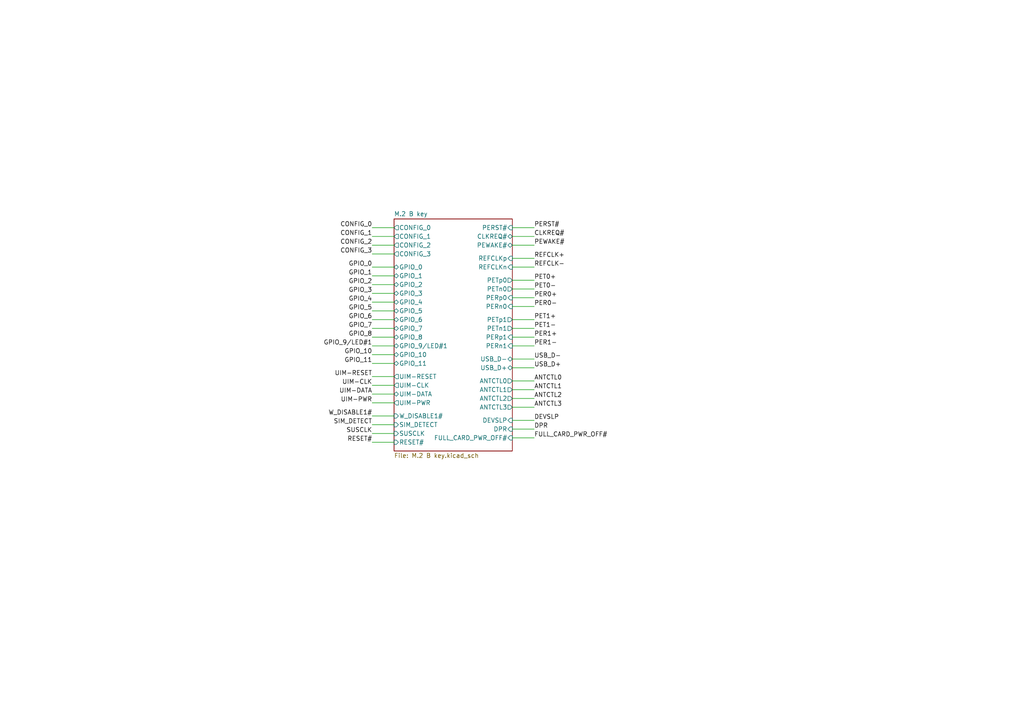
<source format=kicad_sch>
(kicad_sch
	(version 20250114)
	(generator "eeschema")
	(generator_version "9.0")
	(uuid "3fc86546-8ad2-48b2-92bb-e2164bf7d27c")
	(paper "A4")
	(lib_symbols)
	(wire
		(pts
			(xy 107.95 111.76) (xy 114.3 111.76)
		)
		(stroke
			(width 0)
			(type default)
		)
		(uuid "07528d98-77bd-4e3b-8abc-933eedca5671")
	)
	(wire
		(pts
			(xy 148.59 77.47) (xy 154.94 77.47)
		)
		(stroke
			(width 0)
			(type default)
		)
		(uuid "1795c256-4edc-451f-818a-c9f034841f1d")
	)
	(wire
		(pts
			(xy 148.59 86.36) (xy 154.94 86.36)
		)
		(stroke
			(width 0)
			(type default)
		)
		(uuid "1e576e68-f291-462f-b504-76d074b31a7d")
	)
	(wire
		(pts
			(xy 148.59 113.03) (xy 154.94 113.03)
		)
		(stroke
			(width 0)
			(type default)
		)
		(uuid "1ff1ad55-bd07-4a4a-ad13-2d75322be4c0")
	)
	(wire
		(pts
			(xy 107.95 109.22) (xy 114.3 109.22)
		)
		(stroke
			(width 0)
			(type default)
		)
		(uuid "28382675-f81e-41b6-a273-2b246be2f95f")
	)
	(wire
		(pts
			(xy 148.59 127) (xy 154.94 127)
		)
		(stroke
			(width 0)
			(type default)
		)
		(uuid "35ae7780-5ccc-4c28-9adf-aeaed6830ab2")
	)
	(wire
		(pts
			(xy 107.95 80.01) (xy 114.3 80.01)
		)
		(stroke
			(width 0)
			(type default)
		)
		(uuid "41fb5a2d-acaf-41c2-9a67-43f53af4a268")
	)
	(wire
		(pts
			(xy 107.95 116.84) (xy 114.3 116.84)
		)
		(stroke
			(width 0)
			(type default)
		)
		(uuid "59a0371e-c8c5-45e9-bcf1-524c2af4f1ce")
	)
	(wire
		(pts
			(xy 148.59 115.57) (xy 154.94 115.57)
		)
		(stroke
			(width 0)
			(type default)
		)
		(uuid "5af02353-c703-4045-bf3a-80a558494860")
	)
	(wire
		(pts
			(xy 148.59 121.92) (xy 154.94 121.92)
		)
		(stroke
			(width 0)
			(type default)
		)
		(uuid "5f36d1e4-d4ad-4c6b-be20-fec88b246d8c")
	)
	(wire
		(pts
			(xy 107.95 82.55) (xy 114.3 82.55)
		)
		(stroke
			(width 0)
			(type default)
		)
		(uuid "6294f1fb-1acc-4abc-9acd-e3499cc460a6")
	)
	(wire
		(pts
			(xy 107.95 102.87) (xy 114.3 102.87)
		)
		(stroke
			(width 0)
			(type default)
		)
		(uuid "689560c7-cd65-4a9e-9e09-fad252d2aca9")
	)
	(wire
		(pts
			(xy 148.59 66.04) (xy 154.94 66.04)
		)
		(stroke
			(width 0)
			(type default)
		)
		(uuid "68b0feea-3fc7-42d6-b623-84dea691aa4b")
	)
	(wire
		(pts
			(xy 148.59 92.71) (xy 154.94 92.71)
		)
		(stroke
			(width 0)
			(type default)
		)
		(uuid "6e96f56f-eb36-4a86-8be8-8dc1a538b4b4")
	)
	(wire
		(pts
			(xy 107.95 92.71) (xy 114.3 92.71)
		)
		(stroke
			(width 0)
			(type default)
		)
		(uuid "76743d81-fa4b-4b8f-b5d2-3e7b3c7dd754")
	)
	(wire
		(pts
			(xy 148.59 97.79) (xy 154.94 97.79)
		)
		(stroke
			(width 0)
			(type default)
		)
		(uuid "79278418-63ff-44eb-a2c1-30a2a7853f60")
	)
	(wire
		(pts
			(xy 148.59 95.25) (xy 154.94 95.25)
		)
		(stroke
			(width 0)
			(type default)
		)
		(uuid "7b190195-644d-4c10-b3dd-8f2ce0377d0b")
	)
	(wire
		(pts
			(xy 107.95 105.41) (xy 114.3 105.41)
		)
		(stroke
			(width 0)
			(type default)
		)
		(uuid "7d42dce7-ded3-4934-800d-188a4bc36449")
	)
	(wire
		(pts
			(xy 107.95 90.17) (xy 114.3 90.17)
		)
		(stroke
			(width 0)
			(type default)
		)
		(uuid "80e03303-6f1f-461f-9807-fdbfd5b80817")
	)
	(wire
		(pts
			(xy 107.95 66.04) (xy 114.3 66.04)
		)
		(stroke
			(width 0)
			(type default)
		)
		(uuid "83e1561c-058d-4387-a16d-972a4c560228")
	)
	(wire
		(pts
			(xy 107.95 73.66) (xy 114.3 73.66)
		)
		(stroke
			(width 0)
			(type default)
		)
		(uuid "8621d094-750e-4300-bfd7-5f5db3c3e8a7")
	)
	(wire
		(pts
			(xy 148.59 110.49) (xy 154.94 110.49)
		)
		(stroke
			(width 0)
			(type default)
		)
		(uuid "891d8d34-f893-4756-8580-4c559b9283d6")
	)
	(wire
		(pts
			(xy 107.95 95.25) (xy 114.3 95.25)
		)
		(stroke
			(width 0)
			(type default)
		)
		(uuid "8ecf4a3b-e902-4a4b-ad3c-fdceb10af2a8")
	)
	(wire
		(pts
			(xy 148.59 118.11) (xy 154.94 118.11)
		)
		(stroke
			(width 0)
			(type default)
		)
		(uuid "94caf057-dd7c-487f-bfcf-57c75d684444")
	)
	(wire
		(pts
			(xy 148.59 83.82) (xy 154.94 83.82)
		)
		(stroke
			(width 0)
			(type default)
		)
		(uuid "9b4ace27-8d8a-4453-b3a2-6a5b799fead5")
	)
	(wire
		(pts
			(xy 148.59 124.46) (xy 154.94 124.46)
		)
		(stroke
			(width 0)
			(type default)
		)
		(uuid "9b5072d3-5d2b-45f1-bc76-639fca97e545")
	)
	(wire
		(pts
			(xy 107.95 71.12) (xy 114.3 71.12)
		)
		(stroke
			(width 0)
			(type default)
		)
		(uuid "9be8e5a0-0012-42ff-ae7e-8a6ac991c2db")
	)
	(wire
		(pts
			(xy 148.59 100.33) (xy 154.94 100.33)
		)
		(stroke
			(width 0)
			(type default)
		)
		(uuid "a88af077-fd31-4c11-9bdc-4e13054c45ee")
	)
	(wire
		(pts
			(xy 107.95 114.3) (xy 114.3 114.3)
		)
		(stroke
			(width 0)
			(type default)
		)
		(uuid "ac7b9d66-2de9-468e-b078-86216a7de86b")
	)
	(wire
		(pts
			(xy 107.95 100.33) (xy 114.3 100.33)
		)
		(stroke
			(width 0)
			(type default)
		)
		(uuid "af9dd7e9-1f3e-40bc-adce-69e3e6048e42")
	)
	(wire
		(pts
			(xy 107.95 77.47) (xy 114.3 77.47)
		)
		(stroke
			(width 0)
			(type default)
		)
		(uuid "b6e52270-26d1-4ddf-adc4-6708236847b7")
	)
	(wire
		(pts
			(xy 107.95 97.79) (xy 114.3 97.79)
		)
		(stroke
			(width 0)
			(type default)
		)
		(uuid "bbce9013-43f1-4c43-935b-5e54f289970d")
	)
	(wire
		(pts
			(xy 107.95 123.19) (xy 114.3 123.19)
		)
		(stroke
			(width 0)
			(type default)
		)
		(uuid "c1be9ef3-bfa7-4116-8787-036343b67cfa")
	)
	(wire
		(pts
			(xy 107.95 120.65) (xy 114.3 120.65)
		)
		(stroke
			(width 0)
			(type default)
		)
		(uuid "c316555a-a177-427a-b59b-2f406e6e7228")
	)
	(wire
		(pts
			(xy 148.59 104.14) (xy 154.94 104.14)
		)
		(stroke
			(width 0)
			(type default)
		)
		(uuid "c428dd4a-f913-43ad-aa81-68de2c816864")
	)
	(wire
		(pts
			(xy 148.59 71.12) (xy 154.94 71.12)
		)
		(stroke
			(width 0)
			(type default)
		)
		(uuid "c6468796-fc72-46a2-8b5c-eaafcdca67ff")
	)
	(wire
		(pts
			(xy 107.95 125.73) (xy 114.3 125.73)
		)
		(stroke
			(width 0)
			(type default)
		)
		(uuid "c96f0f76-614e-402e-9558-bf093b1453ec")
	)
	(wire
		(pts
			(xy 107.95 85.09) (xy 114.3 85.09)
		)
		(stroke
			(width 0)
			(type default)
		)
		(uuid "cb678beb-f59b-4310-90e0-10a13f850cca")
	)
	(wire
		(pts
			(xy 148.59 81.28) (xy 154.94 81.28)
		)
		(stroke
			(width 0)
			(type default)
		)
		(uuid "cea855dd-5594-477a-bf53-df1066c0cf63")
	)
	(wire
		(pts
			(xy 148.59 88.9) (xy 154.94 88.9)
		)
		(stroke
			(width 0)
			(type default)
		)
		(uuid "d463ad58-6b00-4561-9939-61e9a150e8eb")
	)
	(wire
		(pts
			(xy 107.95 68.58) (xy 114.3 68.58)
		)
		(stroke
			(width 0)
			(type default)
		)
		(uuid "d669ebe8-fac3-46eb-bfac-7fe3e65ed718")
	)
	(wire
		(pts
			(xy 148.59 106.68) (xy 154.94 106.68)
		)
		(stroke
			(width 0)
			(type default)
		)
		(uuid "dca406cd-e250-48f0-b7aa-78606d0a00dd")
	)
	(wire
		(pts
			(xy 148.59 68.58) (xy 154.94 68.58)
		)
		(stroke
			(width 0)
			(type default)
		)
		(uuid "edce374f-32fd-4d1b-8d48-1df387f9597f")
	)
	(wire
		(pts
			(xy 107.95 128.27) (xy 114.3 128.27)
		)
		(stroke
			(width 0)
			(type default)
		)
		(uuid "f3502e17-2de5-4424-94c5-f091b4a2701b")
	)
	(wire
		(pts
			(xy 107.95 87.63) (xy 114.3 87.63)
		)
		(stroke
			(width 0)
			(type default)
		)
		(uuid "f90740c7-bfaa-46eb-8186-3ccacad14ad8")
	)
	(wire
		(pts
			(xy 148.59 74.93) (xy 154.94 74.93)
		)
		(stroke
			(width 0)
			(type default)
		)
		(uuid "ff5d7785-deb5-4662-9ada-1c1125ecc8cc")
	)
	(label "GPIO_8"
		(at 107.95 97.79 180)
		(effects
			(font
				(size 1.27 1.27)
			)
			(justify right bottom)
		)
		(uuid "088f5039-47b2-460a-a56f-89aa0d6f66ef")
	)
	(label "UIM-CLK"
		(at 107.95 111.76 180)
		(effects
			(font
				(size 1.27 1.27)
			)
			(justify right bottom)
		)
		(uuid "0b07e226-4316-4c88-b243-8324c6883383")
	)
	(label "ANTCTL1"
		(at 154.94 113.03 0)
		(effects
			(font
				(size 1.27 1.27)
			)
			(justify left bottom)
		)
		(uuid "0ba70039-997f-4b65-9c72-6868a8da932d")
	)
	(label "PET0+"
		(at 154.94 81.28 0)
		(effects
			(font
				(size 1.27 1.27)
			)
			(justify left bottom)
		)
		(uuid "1cbb520c-e5a9-488b-b216-9774b0731974")
	)
	(label "CONFIG_1"
		(at 107.95 68.58 180)
		(effects
			(font
				(size 1.27 1.27)
			)
			(justify right bottom)
		)
		(uuid "1e6822d0-d2b9-4d2c-b5d0-cd974d1252c1")
	)
	(label "CONFIG_0"
		(at 107.95 66.04 180)
		(effects
			(font
				(size 1.27 1.27)
			)
			(justify right bottom)
		)
		(uuid "1e835cb9-0953-4f3d-a01b-afc51721b059")
	)
	(label "PERST#"
		(at 154.94 66.04 0)
		(effects
			(font
				(size 1.27 1.27)
			)
			(justify left bottom)
		)
		(uuid "235c883c-2bf5-4f7f-9d08-d57ecc81130d")
	)
	(label "PET1-"
		(at 154.94 95.25 0)
		(effects
			(font
				(size 1.27 1.27)
			)
			(justify left bottom)
		)
		(uuid "25d5ce9c-0007-4a84-8db9-e95e91600164")
	)
	(label "PET1+"
		(at 154.94 92.71 0)
		(effects
			(font
				(size 1.27 1.27)
			)
			(justify left bottom)
		)
		(uuid "39d06198-38b2-4526-b88e-2603903a56b6")
	)
	(label "UIM-RESET"
		(at 107.95 109.22 180)
		(effects
			(font
				(size 1.27 1.27)
			)
			(justify right bottom)
		)
		(uuid "40063a82-7e5c-42a1-bf73-b72d60707e9d")
	)
	(label "DEVSLP"
		(at 154.94 121.92 0)
		(effects
			(font
				(size 1.27 1.27)
			)
			(justify left bottom)
		)
		(uuid "45f8428e-885f-452e-90df-e7a100e8a5e4")
	)
	(label "SUSCLK"
		(at 107.95 125.73 180)
		(effects
			(font
				(size 1.27 1.27)
			)
			(justify right bottom)
		)
		(uuid "4b8a80bd-9f58-4450-8397-c7bda8c03b97")
	)
	(label "PER0-"
		(at 154.94 88.9 0)
		(effects
			(font
				(size 1.27 1.27)
			)
			(justify left bottom)
		)
		(uuid "4bcc73d0-3063-40ea-a032-000046d97a4c")
	)
	(label "GPIO_7"
		(at 107.95 95.25 180)
		(effects
			(font
				(size 1.27 1.27)
			)
			(justify right bottom)
		)
		(uuid "590cd100-f5bb-4ef3-a55f-468503824dba")
	)
	(label "PER0+"
		(at 154.94 86.36 0)
		(effects
			(font
				(size 1.27 1.27)
			)
			(justify left bottom)
		)
		(uuid "5b4e5af7-550c-43d7-b5c7-89e021089ce5")
	)
	(label "PEWAKE#"
		(at 154.94 71.12 0)
		(effects
			(font
				(size 1.27 1.27)
			)
			(justify left bottom)
		)
		(uuid "623252f3-00ce-45ff-ab41-90445797101f")
	)
	(label "CONFIG_3"
		(at 107.95 73.66 180)
		(effects
			(font
				(size 1.27 1.27)
			)
			(justify right bottom)
		)
		(uuid "65b1e707-4690-489e-b245-8fe62370f279")
	)
	(label "ANTCTL0"
		(at 154.94 110.49 0)
		(effects
			(font
				(size 1.27 1.27)
			)
			(justify left bottom)
		)
		(uuid "6b2639bb-324e-405a-9312-f7983386d63e")
	)
	(label "GPIO_9{slash}LED#1"
		(at 107.95 100.33 180)
		(effects
			(font
				(size 1.27 1.27)
			)
			(justify right bottom)
		)
		(uuid "6b318f50-ff5e-498a-960c-d9cf60a95a06")
	)
	(label "USB_D+"
		(at 154.94 106.68 0)
		(effects
			(font
				(size 1.27 1.27)
			)
			(justify left bottom)
		)
		(uuid "6f8c667a-4d7a-4f1f-b926-08b853f34d14")
	)
	(label "PER1-"
		(at 154.94 100.33 0)
		(effects
			(font
				(size 1.27 1.27)
			)
			(justify left bottom)
		)
		(uuid "7259d69f-bbe7-4b16-b489-73212e7012f2")
	)
	(label "GPIO_11"
		(at 107.95 105.41 180)
		(effects
			(font
				(size 1.27 1.27)
			)
			(justify right bottom)
		)
		(uuid "7662c69f-d601-41b5-b621-cc0b40a53f24")
	)
	(label "UIM-PWR"
		(at 107.95 116.84 180)
		(effects
			(font
				(size 1.27 1.27)
			)
			(justify right bottom)
		)
		(uuid "77978271-4f60-4ea2-9fae-e429083b3e4b")
	)
	(label "REFCLK+"
		(at 154.94 74.93 0)
		(effects
			(font
				(size 1.27 1.27)
			)
			(justify left bottom)
		)
		(uuid "7da27668-5693-41e1-9903-83ae23fc2ab0")
	)
	(label "PER1+"
		(at 154.94 97.79 0)
		(effects
			(font
				(size 1.27 1.27)
			)
			(justify left bottom)
		)
		(uuid "84d6d8b8-d295-4db7-80f5-a398b63e7a1e")
	)
	(label "ANTCTL3"
		(at 154.94 118.11 0)
		(effects
			(font
				(size 1.27 1.27)
			)
			(justify left bottom)
		)
		(uuid "98d4face-853f-4088-981f-67715b22b934")
	)
	(label "CLKREQ#"
		(at 154.94 68.58 0)
		(effects
			(font
				(size 1.27 1.27)
			)
			(justify left bottom)
		)
		(uuid "9cddffa7-9760-45b3-a198-521b13f8217d")
	)
	(label "REFCLK-"
		(at 154.94 77.47 0)
		(effects
			(font
				(size 1.27 1.27)
			)
			(justify left bottom)
		)
		(uuid "a3564039-42a1-4d0b-af7d-31616c5a379f")
	)
	(label "CONFIG_2"
		(at 107.95 71.12 180)
		(effects
			(font
				(size 1.27 1.27)
			)
			(justify right bottom)
		)
		(uuid "a878bc21-b35e-4e60-bdb3-e0c4e80667fd")
	)
	(label "GPIO_6"
		(at 107.95 92.71 180)
		(effects
			(font
				(size 1.27 1.27)
			)
			(justify right bottom)
		)
		(uuid "a8dfa29b-0238-4082-9727-edad8165b112")
	)
	(label "GPIO_3"
		(at 107.95 85.09 180)
		(effects
			(font
				(size 1.27 1.27)
			)
			(justify right bottom)
		)
		(uuid "aa240e48-ae36-4abc-99d6-c40841626aab")
	)
	(label "USB_D-"
		(at 154.94 104.14 0)
		(effects
			(font
				(size 1.27 1.27)
			)
			(justify left bottom)
		)
		(uuid "b3317990-ca8c-4e3c-8977-cd57b82e4e01")
	)
	(label "GPIO_5"
		(at 107.95 90.17 180)
		(effects
			(font
				(size 1.27 1.27)
			)
			(justify right bottom)
		)
		(uuid "b3ff8c22-5183-455c-abfb-6c99a33229a5")
	)
	(label "DPR"
		(at 154.94 124.46 0)
		(effects
			(font
				(size 1.27 1.27)
			)
			(justify left bottom)
		)
		(uuid "b69d677c-3749-4c44-bcf7-af6f1110465c")
	)
	(label "GPIO_2"
		(at 107.95 82.55 180)
		(effects
			(font
				(size 1.27 1.27)
			)
			(justify right bottom)
		)
		(uuid "baa92222-9218-4afb-8353-0dda35be0d9f")
	)
	(label "UIM-DATA"
		(at 107.95 114.3 180)
		(effects
			(font
				(size 1.27 1.27)
			)
			(justify right bottom)
		)
		(uuid "c39496e2-4337-4750-a76f-7ad0f36fa7b9")
	)
	(label "GPIO_4"
		(at 107.95 87.63 180)
		(effects
			(font
				(size 1.27 1.27)
			)
			(justify right bottom)
		)
		(uuid "c80ba88c-7b8c-4f62-8bf4-52205a661060")
	)
	(label "GPIO_0"
		(at 107.95 77.47 180)
		(effects
			(font
				(size 1.27 1.27)
			)
			(justify right bottom)
		)
		(uuid "cf007123-ca11-4e18-be3d-baecc2c86c94")
	)
	(label "RESET#"
		(at 107.95 128.27 180)
		(effects
			(font
				(size 1.27 1.27)
			)
			(justify right bottom)
		)
		(uuid "cff50ebd-5550-496d-b23e-ebeeb67e075a")
	)
	(label "PET0-"
		(at 154.94 83.82 0)
		(effects
			(font
				(size 1.27 1.27)
			)
			(justify left bottom)
		)
		(uuid "d12fa73e-67fb-4752-b9d4-9c8d64507840")
	)
	(label "W_DISABLE1#"
		(at 107.95 120.65 180)
		(effects
			(font
				(size 1.27 1.27)
			)
			(justify right bottom)
		)
		(uuid "d4840721-1a89-493e-94f0-8b7b5cd300f8")
	)
	(label "FULL_CARD_PWR_OFF#"
		(at 154.94 127 0)
		(effects
			(font
				(size 1.27 1.27)
			)
			(justify left bottom)
		)
		(uuid "d59c4dfc-c544-4d6b-a747-12f03c862abd")
	)
	(label "SIM_DETECT"
		(at 107.95 123.19 180)
		(effects
			(font
				(size 1.27 1.27)
			)
			(justify right bottom)
		)
		(uuid "e0dc0b0c-3967-4b73-9b91-10c2110c96ea")
	)
	(label "GPIO_1"
		(at 107.95 80.01 180)
		(effects
			(font
				(size 1.27 1.27)
			)
			(justify right bottom)
		)
		(uuid "f110894d-67f3-4705-894b-fa4c012c3366")
	)
	(label "GPIO_10"
		(at 107.95 102.87 180)
		(effects
			(font
				(size 1.27 1.27)
			)
			(justify right bottom)
		)
		(uuid "f6fbc45a-760a-41fc-8714-3b471558d68a")
	)
	(label "ANTCTL2"
		(at 154.94 115.57 0)
		(effects
			(font
				(size 1.27 1.27)
			)
			(justify left bottom)
		)
		(uuid "fc5bba3c-0ba6-4b4e-9869-336e2edb5448")
	)
	(sheet
		(at 114.3 63.5)
		(size 34.29 67.31)
		(exclude_from_sim no)
		(in_bom yes)
		(on_board yes)
		(dnp no)
		(fields_autoplaced yes)
		(stroke
			(width 0.1524)
			(type solid)
		)
		(fill
			(color 0 0 0 0.0000)
		)
		(uuid "f934b0d0-e4ed-489f-9ab0-a6c261c4c561")
		(property "Sheetname" "M.2 B key"
			(at 114.3 62.7884 0)
			(effects
				(font
					(size 1.27 1.27)
				)
				(justify left bottom)
			)
		)
		(property "Sheetfile" "M.2 B key.kicad_sch"
			(at 114.3 131.3946 0)
			(effects
				(font
					(size 1.27 1.27)
				)
				(justify left top)
			)
		)
		(pin "CONFIG_1" output
			(at 114.3 68.58 180)
			(uuid "1e1bfd20-fd9e-4857-b332-3d87d8b42a83")
			(effects
				(font
					(size 1.27 1.27)
				)
				(justify left)
			)
		)
		(pin "CONFIG_3" output
			(at 114.3 73.66 180)
			(uuid "21f1ff1e-edf6-4f20-9119-35855954b161")
			(effects
				(font
					(size 1.27 1.27)
				)
				(justify left)
			)
		)
		(pin "CONFIG_0" output
			(at 114.3 66.04 180)
			(uuid "4880baf0-f90d-4fb5-a2ef-a52769f71ee6")
			(effects
				(font
					(size 1.27 1.27)
				)
				(justify left)
			)
		)
		(pin "CONFIG_2" output
			(at 114.3 71.12 180)
			(uuid "f3362da9-ffe4-4db3-bb42-98fe2de2b351")
			(effects
				(font
					(size 1.27 1.27)
				)
				(justify left)
			)
		)
		(pin "GPIO_5" bidirectional
			(at 114.3 90.17 180)
			(uuid "cf1aff55-b2f7-4997-a15c-128a80323614")
			(effects
				(font
					(size 1.27 1.27)
				)
				(justify left)
			)
		)
		(pin "GPIO_9/LED#1" bidirectional
			(at 114.3 100.33 180)
			(uuid "f60deeae-084c-46c7-982d-4a2e67ada37a")
			(effects
				(font
					(size 1.27 1.27)
				)
				(justify left)
			)
		)
		(pin "GPIO_6" bidirectional
			(at 114.3 92.71 180)
			(uuid "a7545a14-4b95-446c-84b3-99bb8c5dd383")
			(effects
				(font
					(size 1.27 1.27)
				)
				(justify left)
			)
		)
		(pin "GPIO_4" bidirectional
			(at 114.3 87.63 180)
			(uuid "23df8861-3490-4b88-9426-ba7bba61792b")
			(effects
				(font
					(size 1.27 1.27)
				)
				(justify left)
			)
		)
		(pin "GPIO_3" bidirectional
			(at 114.3 85.09 180)
			(uuid "e3e7943c-c356-4a8d-9259-2c21ef0883f7")
			(effects
				(font
					(size 1.27 1.27)
				)
				(justify left)
			)
		)
		(pin "GPIO_2" bidirectional
			(at 114.3 82.55 180)
			(uuid "368d90b0-2db0-4e6a-8ff2-0a24c041adad")
			(effects
				(font
					(size 1.27 1.27)
				)
				(justify left)
			)
		)
		(pin "GPIO_11" bidirectional
			(at 114.3 105.41 180)
			(uuid "3140ccf0-17dc-44a1-9fb9-f34a803b143e")
			(effects
				(font
					(size 1.27 1.27)
				)
				(justify left)
			)
		)
		(pin "GPIO_10" bidirectional
			(at 114.3 102.87 180)
			(uuid "97e62ddc-1361-4516-896d-f19d89e62912")
			(effects
				(font
					(size 1.27 1.27)
				)
				(justify left)
			)
		)
		(pin "GPIO_7" bidirectional
			(at 114.3 95.25 180)
			(uuid "0b479569-c6a4-419b-9acc-2dfa2304ccf1")
			(effects
				(font
					(size 1.27 1.27)
				)
				(justify left)
			)
		)
		(pin "GPIO_8" bidirectional
			(at 114.3 97.79 180)
			(uuid "56759730-94ee-4976-b075-47a4b7c8f48a")
			(effects
				(font
					(size 1.27 1.27)
				)
				(justify left)
			)
		)
		(pin "GPIO_1" bidirectional
			(at 114.3 80.01 180)
			(uuid "30ef5627-ad9a-4eae-87ac-7713dac680d3")
			(effects
				(font
					(size 1.27 1.27)
				)
				(justify left)
			)
		)
		(pin "GPIO_0" bidirectional
			(at 114.3 77.47 180)
			(uuid "b3420996-d13c-4ed5-810f-bc94e2dfc266")
			(effects
				(font
					(size 1.27 1.27)
				)
				(justify left)
			)
		)
		(pin "UIM-RESET" output
			(at 114.3 109.22 180)
			(uuid "99c06fc1-1e6c-4974-acb5-bdf5fa57bfc9")
			(effects
				(font
					(size 1.27 1.27)
				)
				(justify left)
			)
		)
		(pin "UIM-CLK" output
			(at 114.3 111.76 180)
			(uuid "08f21cb3-7a5d-430e-ad09-48c7fb757ab5")
			(effects
				(font
					(size 1.27 1.27)
				)
				(justify left)
			)
		)
		(pin "UIM-DATA" bidirectional
			(at 114.3 114.3 180)
			(uuid "52b34791-c21b-4108-8b1d-91ec167bc33c")
			(effects
				(font
					(size 1.27 1.27)
				)
				(justify left)
			)
		)
		(pin "UIM-PWR" output
			(at 114.3 116.84 180)
			(uuid "6a04a0a1-1d84-44db-8f21-165132352c59")
			(effects
				(font
					(size 1.27 1.27)
				)
				(justify left)
			)
		)
		(pin "PERST#" input
			(at 148.59 66.04 0)
			(uuid "6981c0e3-a538-4427-bb57-fbb5829c4bca")
			(effects
				(font
					(size 1.27 1.27)
				)
				(justify right)
			)
		)
		(pin "PEWAKE#" bidirectional
			(at 148.59 71.12 0)
			(uuid "6d26864d-d221-46a1-bdd3-7f9106213c7c")
			(effects
				(font
					(size 1.27 1.27)
				)
				(justify right)
			)
		)
		(pin "CLKREQ#" bidirectional
			(at 148.59 68.58 0)
			(uuid "ca278297-0806-44e8-b4d9-bc37a48ef836")
			(effects
				(font
					(size 1.27 1.27)
				)
				(justify right)
			)
		)
		(pin "REFCLKp" input
			(at 148.59 74.93 0)
			(uuid "0537342a-4ee3-407f-8ee0-16609bb70431")
			(effects
				(font
					(size 1.27 1.27)
				)
				(justify right)
			)
		)
		(pin "REFCLKn" input
			(at 148.59 77.47 0)
			(uuid "60e3c7d5-1248-4f8d-9883-4ebc52c187e6")
			(effects
				(font
					(size 1.27 1.27)
				)
				(justify right)
			)
		)
		(pin "PETp0" output
			(at 148.59 81.28 0)
			(uuid "9a586e4c-abaa-48e7-a555-3ea8761038db")
			(effects
				(font
					(size 1.27 1.27)
				)
				(justify right)
			)
		)
		(pin "PETn0" output
			(at 148.59 83.82 0)
			(uuid "418afdb5-dfd3-4b2d-bb32-a55e3ba2beb2")
			(effects
				(font
					(size 1.27 1.27)
				)
				(justify right)
			)
		)
		(pin "PERn0" input
			(at 148.59 88.9 0)
			(uuid "f82cc3e5-f2ad-4861-9efa-d1af1f07cc7b")
			(effects
				(font
					(size 1.27 1.27)
				)
				(justify right)
			)
		)
		(pin "PERp0" input
			(at 148.59 86.36 0)
			(uuid "42ec3104-0bf3-46a7-bba7-479a5f663f10")
			(effects
				(font
					(size 1.27 1.27)
				)
				(justify right)
			)
		)
		(pin "PETp1" output
			(at 148.59 92.71 0)
			(uuid "04066943-40af-448e-be4b-897cc7f7f82c")
			(effects
				(font
					(size 1.27 1.27)
				)
				(justify right)
			)
		)
		(pin "PETn1" output
			(at 148.59 95.25 0)
			(uuid "d578ec3f-ef61-444c-9fd2-6a8c5d0b5f0f")
			(effects
				(font
					(size 1.27 1.27)
				)
				(justify right)
			)
		)
		(pin "PERn1" input
			(at 148.59 100.33 0)
			(uuid "a915ebb6-7882-4975-921a-6921f0c950e4")
			(effects
				(font
					(size 1.27 1.27)
				)
				(justify right)
			)
		)
		(pin "PERp1" input
			(at 148.59 97.79 0)
			(uuid "067a3521-e58f-409b-9887-df039d410f25")
			(effects
				(font
					(size 1.27 1.27)
				)
				(justify right)
			)
		)
		(pin "USB_D-" bidirectional
			(at 148.59 104.14 0)
			(uuid "2cd05179-eca6-408a-b118-a2bd746cbb5d")
			(effects
				(font
					(size 1.27 1.27)
				)
				(justify right)
			)
		)
		(pin "USB_D+" bidirectional
			(at 148.59 106.68 0)
			(uuid "9046c036-b15f-4022-9e3b-565622c721c7")
			(effects
				(font
					(size 1.27 1.27)
				)
				(justify right)
			)
		)
		(pin "ANTCTL0" output
			(at 148.59 110.49 0)
			(uuid "457ab82c-c6ce-442a-b012-eff839c1bf84")
			(effects
				(font
					(size 1.27 1.27)
				)
				(justify right)
			)
		)
		(pin "ANTCTL3" output
			(at 148.59 118.11 0)
			(uuid "8293473f-070f-4ade-9def-f2af945d1ab3")
			(effects
				(font
					(size 1.27 1.27)
				)
				(justify right)
			)
		)
		(pin "ANTCTL1" output
			(at 148.59 113.03 0)
			(uuid "d0374d96-be7f-4213-9e88-627931d57285")
			(effects
				(font
					(size 1.27 1.27)
				)
				(justify right)
			)
		)
		(pin "ANTCTL2" output
			(at 148.59 115.57 0)
			(uuid "aa91b24b-3eb7-4f9f-a743-4f571ca6b810")
			(effects
				(font
					(size 1.27 1.27)
				)
				(justify right)
			)
		)
		(pin "W_DISABLE1#" input
			(at 114.3 120.65 180)
			(uuid "0609b0f1-818d-409a-929c-06e0415f8b1e")
			(effects
				(font
					(size 1.27 1.27)
				)
				(justify left)
			)
		)
		(pin "SIM_DETECT" input
			(at 114.3 123.19 180)
			(uuid "6a834f88-d398-4f8f-afae-38449b2056a3")
			(effects
				(font
					(size 1.27 1.27)
				)
				(justify left)
			)
		)
		(pin "RESET#" input
			(at 114.3 128.27 180)
			(uuid "06db8b6c-5b26-47fc-b4aa-8e0134257bd8")
			(effects
				(font
					(size 1.27 1.27)
				)
				(justify left)
			)
		)
		(pin "DEVSLP" input
			(at 148.59 121.92 0)
			(uuid "1c3e9472-3a77-4872-873b-867bd4595c46")
			(effects
				(font
					(size 1.27 1.27)
				)
				(justify right)
			)
		)
		(pin "FULL_CARD_PWR_OFF#" input
			(at 148.59 127 0)
			(uuid "2b258d71-ec21-4a22-8b11-81af28ca1a3e")
			(effects
				(font
					(size 1.27 1.27)
				)
				(justify right)
			)
		)
		(pin "DPR" input
			(at 148.59 124.46 0)
			(uuid "ced4e91d-cbe1-4d8d-ad8a-09dbd599d055")
			(effects
				(font
					(size 1.27 1.27)
				)
				(justify right)
			)
		)
		(pin "SUSCLK" input
			(at 114.3 125.73 180)
			(uuid "15460752-4a4d-4e18-b587-7ee4c0ece493")
			(effects
				(font
					(size 1.27 1.27)
				)
				(justify left)
			)
		)
		(instances
			(project "M.2 B Key 3080"
				(path "/3fc86546-8ad2-48b2-92bb-e2164bf7d27c"
					(page "2")
				)
			)
		)
	)
	(sheet_instances
		(path "/"
			(page "1")
		)
	)
	(embedded_fonts no)
)

</source>
